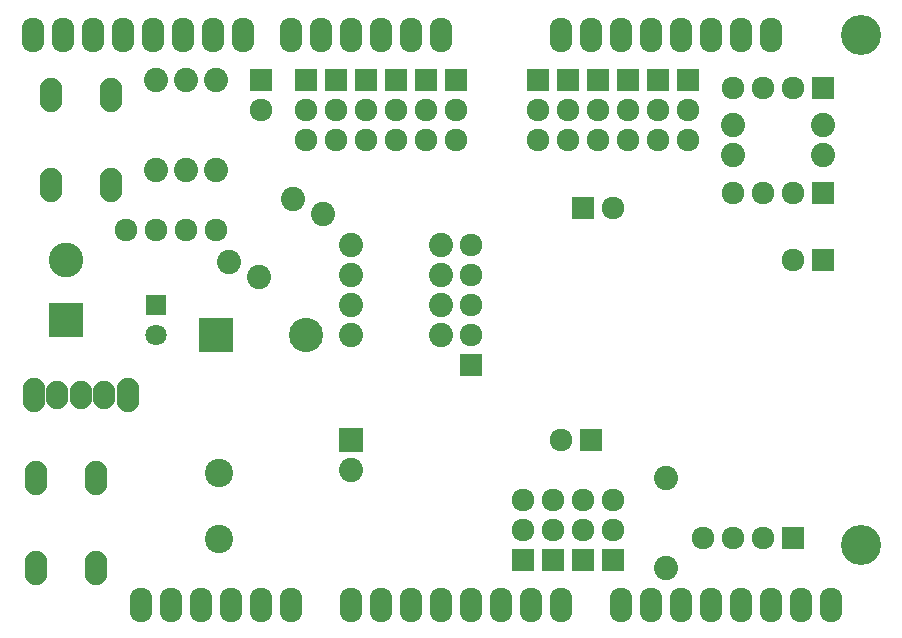
<source format=gbs>
G04 (created by PCBNEW (2013-june-11)-stable) date mié 05 feb 2014 13:03:56 CET*
%MOIN*%
G04 Gerber Fmt 3.4, Leading zero omitted, Abs format*
%FSLAX34Y34*%
G01*
G70*
G90*
G04 APERTURE LIST*
%ADD10C,0.00393701*%
%ADD11O,0.0748031X0.0944882*%
%ADD12O,0.0748031X0.114173*%
%ADD13R,0.114173X0.114173*%
%ADD14C,0.114173*%
%ADD15O,0.075748X0.115748*%
%ADD16C,0.133858*%
%ADD17R,0.070748X0.070748*%
%ADD18C,0.070748*%
%ADD19C,0.094448*%
%ADD20C,0.075748*%
%ADD21R,0.115748X0.115748*%
%ADD22C,0.115748*%
%ADD23C,0.080748*%
%ADD24R,0.075748X0.075748*%
%ADD25R,0.080748X0.080748*%
G04 APERTURE END LIST*
G54D10*
G54D11*
X52212Y-40500D03*
X53000Y-40500D03*
X53787Y-40500D03*
G54D12*
X54574Y-40500D03*
X51425Y-40500D03*
G54D13*
X57500Y-38500D03*
G54D14*
X60500Y-38500D03*
G54D15*
X69000Y-28500D03*
X70000Y-28500D03*
X71000Y-28500D03*
X72000Y-28500D03*
X73000Y-28500D03*
X74000Y-28500D03*
X75000Y-28500D03*
X76000Y-28500D03*
X78000Y-47500D03*
X77000Y-47500D03*
X76000Y-47500D03*
X75000Y-47500D03*
X71000Y-47500D03*
X69000Y-47500D03*
X68000Y-47500D03*
X72000Y-47500D03*
X73000Y-47500D03*
X74000Y-47500D03*
X67000Y-47500D03*
X66000Y-47500D03*
X65000Y-47500D03*
X62000Y-47500D03*
X63000Y-47500D03*
X64000Y-47500D03*
X60000Y-47500D03*
X59000Y-47500D03*
X58000Y-47500D03*
X56000Y-47500D03*
X55000Y-47500D03*
X65000Y-28500D03*
X64000Y-28500D03*
X63000Y-28500D03*
X62000Y-28500D03*
X61000Y-28500D03*
X60000Y-28500D03*
X58400Y-28500D03*
X57400Y-28500D03*
X56400Y-28500D03*
X55400Y-28500D03*
X54400Y-28500D03*
X53400Y-28500D03*
X52400Y-28500D03*
X51400Y-28500D03*
X57000Y-47500D03*
G54D16*
X79000Y-28500D03*
X79000Y-45500D03*
G54D17*
X55500Y-37500D03*
G54D18*
X55500Y-38500D03*
G54D19*
X57600Y-45300D03*
X57600Y-43100D03*
G54D20*
X57500Y-35000D03*
X55500Y-35000D03*
X54500Y-35000D03*
X56500Y-35000D03*
G54D21*
X52500Y-38000D03*
G54D22*
X52500Y-36000D03*
G54D23*
X58939Y-36560D03*
X61060Y-34439D03*
X57500Y-30000D03*
X57500Y-33000D03*
X56500Y-30000D03*
X56500Y-33000D03*
X55500Y-30000D03*
X55500Y-33000D03*
X60060Y-33939D03*
X57939Y-36060D03*
G54D24*
X66000Y-39500D03*
G54D20*
X66000Y-38500D03*
X66000Y-37500D03*
X66000Y-36500D03*
X66000Y-35500D03*
G54D23*
X65000Y-35500D03*
X62000Y-35500D03*
X65000Y-36500D03*
X62000Y-36500D03*
X65000Y-37500D03*
X62000Y-37500D03*
X65000Y-38500D03*
X62000Y-38500D03*
G54D24*
X67750Y-46000D03*
G54D20*
X67750Y-45000D03*
X67750Y-44000D03*
G54D24*
X68750Y-46000D03*
G54D20*
X68750Y-45000D03*
X68750Y-44000D03*
G54D24*
X59000Y-30000D03*
G54D20*
X59000Y-31000D03*
G54D24*
X60500Y-30000D03*
G54D20*
X60500Y-31000D03*
X60500Y-32000D03*
G54D24*
X61500Y-30000D03*
G54D20*
X61500Y-31000D03*
X61500Y-32000D03*
G54D24*
X62500Y-30000D03*
G54D20*
X62500Y-31000D03*
X62500Y-32000D03*
G54D24*
X63500Y-30000D03*
G54D20*
X63500Y-31000D03*
X63500Y-32000D03*
G54D24*
X64500Y-30000D03*
G54D20*
X64500Y-31000D03*
X64500Y-32000D03*
G54D24*
X65500Y-30000D03*
G54D20*
X65500Y-31000D03*
X65500Y-32000D03*
G54D24*
X69750Y-46000D03*
G54D20*
X69750Y-45000D03*
X69750Y-44000D03*
G54D24*
X70750Y-46000D03*
G54D20*
X70750Y-45000D03*
X70750Y-44000D03*
G54D24*
X77750Y-30250D03*
G54D20*
X76750Y-30250D03*
X75750Y-30250D03*
X74750Y-30250D03*
G54D23*
X77750Y-32500D03*
X74750Y-32500D03*
X77750Y-31500D03*
X74750Y-31500D03*
G54D24*
X77750Y-33750D03*
G54D20*
X76750Y-33750D03*
X75750Y-33750D03*
X74750Y-33750D03*
G54D24*
X76750Y-45250D03*
G54D20*
X75750Y-45250D03*
X74750Y-45250D03*
X73750Y-45250D03*
G54D23*
X72500Y-43250D03*
X72500Y-46250D03*
G54D24*
X68250Y-30000D03*
G54D20*
X68250Y-31000D03*
X68250Y-32000D03*
G54D24*
X69250Y-30000D03*
G54D20*
X69250Y-31000D03*
X69250Y-32000D03*
G54D24*
X70250Y-30000D03*
G54D20*
X70250Y-31000D03*
X70250Y-32000D03*
G54D24*
X71250Y-30000D03*
G54D20*
X71250Y-31000D03*
X71250Y-32000D03*
G54D24*
X72250Y-30000D03*
G54D20*
X72250Y-31000D03*
X72250Y-32000D03*
G54D24*
X73250Y-30000D03*
G54D20*
X73250Y-31000D03*
X73250Y-32000D03*
G54D24*
X77750Y-36000D03*
G54D20*
X76750Y-36000D03*
G54D24*
X69750Y-34250D03*
G54D20*
X70750Y-34250D03*
G54D24*
X70000Y-42000D03*
G54D20*
X69000Y-42000D03*
G54D25*
X62000Y-42000D03*
G54D23*
X62000Y-43000D03*
G54D12*
X51500Y-43250D03*
X53500Y-43250D03*
X51500Y-46250D03*
X53500Y-46250D03*
X52000Y-30500D03*
X54000Y-30500D03*
X52000Y-33500D03*
X54000Y-33500D03*
M02*

</source>
